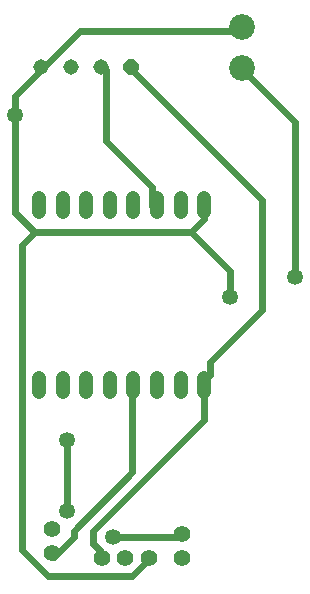
<source format=gbr>
G04 EAGLE Gerber RS-274X export*
G75*
%MOMM*%
%FSLAX34Y34*%
%LPD*%
%AMOC8*
5,1,8,0,0,1.08239X$1,22.5*%
G01*
%ADD10C,1.422400*%
%ADD11C,1.208000*%
%ADD12P,1.415766X8X202.500000*%
%ADD13C,1.308000*%
%ADD14C,2.184400*%
%ADD15C,0.600000*%
%ADD16C,1.350000*%


D10*
X74930Y47150D03*
X74930Y67150D03*
X185420Y43340D03*
X185420Y63340D03*
X117160Y43180D03*
X137160Y43180D03*
X157160Y43180D03*
D11*
X203920Y335700D02*
X203920Y347780D01*
X183920Y347780D02*
X183920Y335700D01*
X163920Y335700D02*
X163920Y347780D01*
X143920Y347780D02*
X143920Y335700D01*
X123920Y335700D02*
X123920Y347780D01*
X103920Y347780D02*
X103920Y335700D01*
X83920Y335700D02*
X83920Y347780D01*
X63920Y347780D02*
X63920Y335700D01*
X203920Y195700D02*
X203920Y183620D01*
X183920Y183620D02*
X183920Y195700D01*
X163920Y195700D02*
X163920Y183620D01*
X143920Y183620D02*
X143920Y195700D01*
X123920Y195700D02*
X123920Y183620D01*
X103920Y183620D02*
X103920Y195700D01*
X83920Y195700D02*
X83920Y183620D01*
X63920Y183620D02*
X63920Y195700D01*
D12*
X142240Y458470D03*
D13*
X116840Y458470D03*
X91440Y458470D03*
X66040Y458470D03*
D14*
X236220Y492980D03*
X236220Y457980D03*
D15*
X121000Y456500D02*
X121000Y396000D01*
X159500Y357500D01*
X159500Y341000D01*
X121000Y456500D02*
X116840Y458470D01*
X159500Y341000D02*
X163920Y335700D01*
X280500Y280500D02*
X280500Y412500D01*
X236500Y456500D01*
X236220Y457980D01*
D16*
X280500Y280500D03*
D15*
X44000Y418000D02*
X44000Y434500D01*
X66000Y456500D01*
X66040Y458470D01*
X203500Y335500D02*
X203500Y330000D01*
X192500Y319000D01*
X60500Y319000D01*
X44000Y335500D01*
X44000Y418000D01*
X203500Y335500D02*
X203920Y335700D01*
X225500Y286000D02*
X225500Y264000D01*
X225500Y286000D02*
X192500Y319000D01*
X231000Y489500D02*
X99000Y489500D01*
X71500Y462000D01*
X231000Y489500D02*
X236220Y492980D01*
X71500Y462000D02*
X66040Y458470D01*
X154000Y38500D02*
X143000Y27500D01*
X71500Y27500D01*
X49500Y49500D01*
X49500Y308000D01*
X60500Y319000D01*
X157160Y43180D02*
X154000Y38500D01*
D16*
X44000Y418000D03*
X225500Y264000D03*
D15*
X115500Y49500D02*
X115500Y44000D01*
X115500Y49500D02*
X110000Y55000D01*
X110000Y66000D01*
X203500Y159500D01*
X203500Y192500D01*
X117160Y43180D02*
X115500Y44000D01*
X203500Y192500D02*
X203920Y195700D01*
X209000Y198000D02*
X209000Y209000D01*
X253000Y253000D01*
X253000Y346500D01*
X143000Y456500D01*
X209000Y198000D02*
X203920Y195700D01*
X143000Y456500D02*
X142240Y458470D01*
X126500Y60500D02*
X181500Y60500D01*
X88000Y82500D02*
X88000Y143000D01*
X181500Y60500D02*
X185420Y63340D01*
D16*
X126500Y60500D03*
X88000Y82500D03*
X88000Y143000D03*
D15*
X143000Y115500D02*
X143000Y192500D01*
X143000Y115500D02*
X93500Y66000D01*
X93500Y60500D01*
X77000Y44000D01*
X143000Y192500D02*
X143920Y195700D01*
X74930Y47150D02*
X77000Y44000D01*
M02*

</source>
